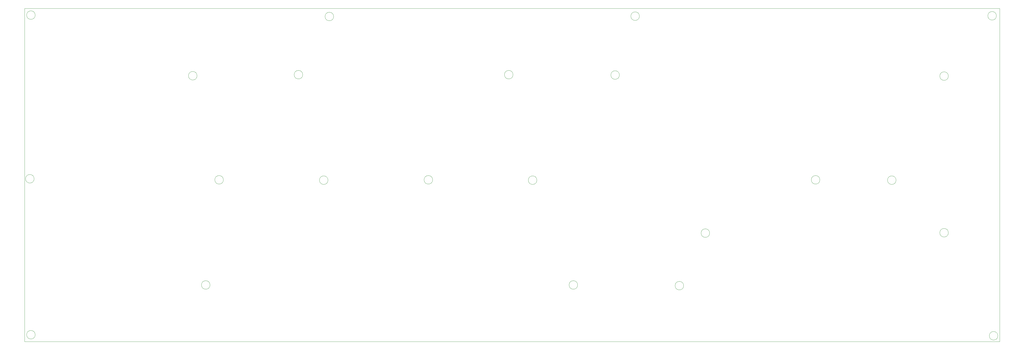
<source format=gbr>
%TF.GenerationSoftware,KiCad,Pcbnew,(5.1.10)-1*%
%TF.CreationDate,2021-09-10T11:23:46-07:00*%
%TF.ProjectId,chgray-keyboard,63686772-6179-42d6-9b65-79626f617264,Yeet2*%
%TF.SameCoordinates,Original*%
%TF.FileFunction,Profile,NP*%
%FSLAX46Y46*%
G04 Gerber Fmt 4.6, Leading zero omitted, Abs format (unit mm)*
G04 Created by KiCad (PCBNEW (5.1.10)-1) date 2021-09-10 11:23:46*
%MOMM*%
%LPD*%
G01*
G04 APERTURE LIST*
%TA.AperFunction,Profile*%
%ADD10C,0.100000*%
%TD*%
G04 APERTURE END LIST*
D10*
X265456000Y-104521000D02*
G75*
G03*
X265456000Y-104521000I-1550000J0D01*
G01*
X361214000Y-28575000D02*
G75*
G03*
X361214000Y-28575000I-1550000J0D01*
G01*
X89434000Y-28448000D02*
G75*
G03*
X89434000Y-28448000I-1550000J0D01*
G01*
X136805000Y-66294000D02*
G75*
G03*
X136805000Y-66294000I-1550000J0D01*
G01*
X212370000Y-66294000D02*
G75*
G03*
X212370000Y-66294000I-1550000J0D01*
G01*
X227102000Y-104267000D02*
G75*
G03*
X227102000Y-104267000I-1550000J0D01*
G01*
X94133000Y-104267000D02*
G75*
G03*
X94133000Y-104267000I-1550000J0D01*
G01*
X98959000Y-66167000D02*
G75*
G03*
X98959000Y-66167000I-1550000J0D01*
G01*
X30506000Y-65786000D02*
G75*
G03*
X30506000Y-65786000I-1550000J0D01*
G01*
X249454000Y-6858000D02*
G75*
G03*
X249454000Y-6858000I-1550000J0D01*
G01*
X138837000Y-6985000D02*
G75*
G03*
X138837000Y-6985000I-1550000J0D01*
G01*
X361214000Y-85344000D02*
G75*
G03*
X361214000Y-85344000I-1550000J0D01*
G01*
X342291000Y-66294000D02*
G75*
G03*
X342291000Y-66294000I-1550000J0D01*
G01*
X314732000Y-66167000D02*
G75*
G03*
X314732000Y-66167000I-1550000J0D01*
G01*
X274854000Y-85471000D02*
G75*
G03*
X274854000Y-85471000I-1550000J0D01*
G01*
X242215000Y-28194000D02*
G75*
G03*
X242215000Y-28194000I-1550000J0D01*
G01*
X203734000Y-28067000D02*
G75*
G03*
X203734000Y-28067000I-1550000J0D01*
G01*
X127661000Y-28067000D02*
G75*
G03*
X127661000Y-28067000I-1550000J0D01*
G01*
X174651000Y-66167000D02*
G75*
G03*
X174651000Y-66167000I-1550000J0D01*
G01*
X30887000Y-6477000D02*
G75*
G03*
X30887000Y-6477000I-1550000J0D01*
G01*
X30887000Y-122301000D02*
G75*
G03*
X30887000Y-122301000I-1550000J0D01*
G01*
X379121000Y-122682000D02*
G75*
G03*
X379121000Y-122682000I-1550000J0D01*
G01*
X378587000Y-6731000D02*
G75*
G03*
X378587000Y-6731000I-1550000J0D01*
G01*
X27025600Y-4064000D02*
X379730000Y-4064000D01*
X27025600Y-124764800D02*
X27025600Y-4064000D01*
X27025600Y-124764800D02*
X379730000Y-124764800D01*
X379730000Y-4064000D02*
X379730000Y-124764800D01*
M02*

</source>
